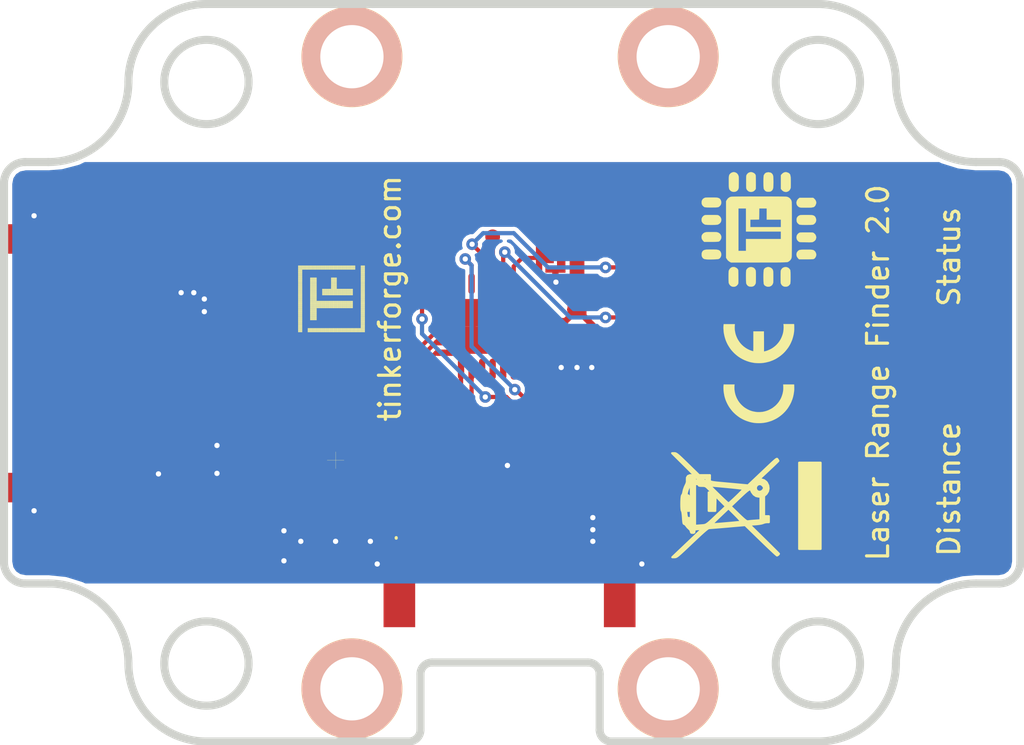
<source format=kicad_pcb>
(kicad_pcb (version 20171130) (host pcbnew 5.0.2-bee76a0~70~ubuntu18.04.1)
  (title_block (title "Laser Range Finder Bricklet") (rev 1.0) (company "Tinkerforge GmbH") (comment 1 "Licensed under CERN OHL v.1.1") (comment 2 "Copyright (©) 2015, B.Nordmeyer <bastian@tinkerforge.com>"))
  (layers (0 Vorderseite jumper hide) (31 Rückseite signal) (34 B.Paste user) (35 F.Paste user) (36 B.SilkS user) (37 F.SilkS user) (38 B.Mask user) (39 F.Mask user) (44 Edge.Cuts user))
  (net 0 "")
  (net 1 GND)
  (net 2 +5V)
  (net 3 SCL)
  (net 4 SDA)
  (net 5 "Net-(P1-Pad6)")
  (net 6 ENABLE)
  (net 7 "Net-(C1-Pad1)")
  (net 8 3V3)
  (net 9 "Net-(C6-Pad1)")
  (net 10 "Net-(P1-Pad4)")
  (net 11 "Net-(P1-Pad5)")
  (net 12 "Net-(P2-Pad1)")
  (net 13 "Net-(P3-Pad2)")
  (net 14 S-MISO)
  (net 15 S-MOSI)
  (net 16 S-CLK)
  (net 17 S-CS)
  (net 18 "Net-(RP2-Pad5)")
  (net 19 "Net-(RP2-Pad8)")
  (net 20 "Net-(D1-Pad2)")
  (net 21 "Net-(D2-Pad2)")
  (module JST_GHR_6 (layer Vorderseite) (at 134.425 113.45)
    (fp_text reference P4)
    (fp_text value JST_GHR_6)
    (pad 1 smd rect (at -3.125 -2.35) (size 0.6 1.85) (layers Vorderseite F.Paste F.Mask) (net 9 "Net-(C6-Pad1)"))
    (pad 2 smd rect (at -1.875 -2.35) (size 0.6 1.85) (layers Vorderseite F.Paste F.Mask) (net 6 ENABLE))
    (pad 3 smd rect (at -0.625 -2.35) (size 0.6 1.85) (layers Vorderseite F.Paste F.Mask))
    (pad 4 smd rect (at 0.625 -2.35) (size 0.6 1.85) (layers Vorderseite F.Paste F.Mask) (net 3 SCL))
    (pad 5 smd rect (at 1.875 -2.35) (size 0.6 1.85) (layers Vorderseite F.Paste F.Mask) (net 4 SDA))
    (pad 6 smd rect (at 3.125 -2.35) (size 0.6 1.85) (layers Vorderseite F.Paste F.Mask) (net 1 GND))
    (pad EP smd rect (at 5.225 0.925) (size 1.5 2.7) (layers Vorderseite F.Paste F.Mask) (net 1 GND))
    (pad EP smd rect (at -5.225 0.925) (size 1.5 2.7) (layers Vorderseite F.Paste F.Mask) (net 1 GND))
  )
  (module C0402E (layer Vorderseite) (at 119.075 107.8 270)
    (fp_text reference C1)
    (fp_text value 220pF)
    (pad 1 smd rect (at -0.65 0 270) (size 0.7 0.9) (layers Vorderseite F.Paste F.Mask) (net 7 "Net-(C1-Pad1)"))
    (pad 2 smd rect (at 0.65 0 270) (size 0.7 0.9) (layers Vorderseite F.Paste F.Mask) (net 1 GND))
  )
  (module C0603F (layer Vorderseite) (at 137.625 101.4 270)
    (fp_text reference C4)
    (fp_text value 100nF)
    (pad 1 smd rect (at -0.75 0 270) (size 0.9 0.9) (layers Vorderseite F.Paste F.Mask) (net 8 3V3))
    (pad 2 smd rect (at 0.75 0 270) (size 0.9 0.9) (layers Vorderseite F.Paste F.Mask) (net 1 GND))
  )
  (module C0603E (layer Vorderseite) (at 122.15 111.875)
    (fp_text reference C5)
    (fp_text value 1µF)
    (pad 1 smd rect (at -0.8501 0) (size 1.1 1) (layers Vorderseite F.Paste F.Mask) (net 2 +5V))
    (pad 2 smd rect (at 0.8501 0) (size 1.1 1) (layers Vorderseite F.Paste F.Mask) (net 1 GND))
  )
  (module C0603E (layer Vorderseite) (at 122.1 107.75 180)
    (fp_text reference C6)
    (fp_text value 1µF)
    (pad 1 smd rect (at -0.8501 0 180) (size 1.1 1) (layers Vorderseite F.Paste F.Mask) (net 9 "Net-(C6-Pad1)"))
    (pad 2 smd rect (at 0.8501 0 180) (size 1.1 1) (layers Vorderseite F.Paste F.Mask) (net 1 GND))
  )
  (module 3528-21 (layer Vorderseite) (at 126.175 109.2 270)
    (fp_text reference C7)
    (fp_text value 100µF)
    (pad 1 smd rect (at -1.40048 0 270) (size 1.59954 2.79908) (layers Vorderseite F.Paste F.Mask) (net 9 "Net-(C6-Pad1)") (clearance 0.14986))
    (pad 2 smd rect (at 1.40048 0 270) (size 1.59954 2.79908) (layers Vorderseite F.Paste F.Mask) (net 1 GND) (clearance 0.14986))
  )
  (module D0603F (layer Vorderseite) (at 156.8 98.15 270)
    (fp_text reference D1)
    (fp_text value BLUE)
    (pad 1 smd rect (at -0.75 0 270) (size 0.9 0.9) (layers Vorderseite F.Paste F.Mask) (net 8 3V3))
    (pad 2 smd rect (at 0.75 0 270) (size 0.9 0.9) (layers Vorderseite F.Paste F.Mask) (net 20 "Net-(D1-Pad2)"))
  )
  (module CON-SENSOR2 (layer Vorderseite) (at 110.645 103.2 270)
    (fp_text reference P1)
    (fp_text value CON-SENSOR2)
    (pad 1 smd rect (at -3.75 -4.6 270) (size 0.6 1.8) (layers Vorderseite F.Paste F.Mask) (net 2 +5V))
    (pad 2 smd rect (at -2.5 -4.6 270) (size 0.6 1.8) (layers Vorderseite F.Paste F.Mask) (net 1 GND))
    (pad EP smd rect (at -5.9 -1.2 270) (size 1.4 2.4) (layers Vorderseite F.Paste F.Mask) (net 1 GND))
    (pad EP smd rect (at 5.9 -1.2 270) (size 1.4 2.4) (layers Vorderseite F.Paste F.Mask) (net 1 GND))
    (pad 3 smd rect (at -1.25 -4.6 270) (size 0.6 1.8) (layers Vorderseite F.Paste F.Mask) (net 8 3V3))
    (pad 4 smd rect (at 0 -4.6 270) (size 0.6 1.8) (layers Vorderseite F.Paste F.Mask) (net 10 "Net-(P1-Pad4)"))
    (pad 5 smd rect (at 1.25 -4.6 270) (size 0.6 1.8) (layers Vorderseite F.Paste F.Mask) (net 11 "Net-(P1-Pad5)"))
    (pad 6 smd rect (at 2.5 -4.6 270) (size 0.6 1.8) (layers Vorderseite F.Paste F.Mask) (net 5 "Net-(P1-Pad6)"))
    (pad 7 smd rect (at 3.75 -4.6 270) (size 0.6 1.8) (layers Vorderseite F.Paste F.Mask) (net 7 "Net-(C1-Pad1)"))
  )
  (module DEBUG_PAD (layer Vorderseite) (at 133.625 97.2)
    (fp_text reference P2)
    (fp_text value DEBUG)
    (pad 1 smd circle (at 0 0) (size 0.7 0.7) (layers Vorderseite F.Paste F.Mask) (net 12 "Net-(P2-Pad1)"))
  )
  (module SolderJumper (layer Vorderseite) (at 136.375 98.2 180)
    (fp_text reference P3)
    (fp_text value BOOT)
    (pad 2 smd rect (at 0.55 0 180) (size 0.3 1.4) (layers Vorderseite F.Mask) (net 13 "Net-(P3-Pad2)"))
    (pad 2 smd rect (at 0.15 0 180) (size 0.6 0.5) (layers Vorderseite F.Mask) (net 13 "Net-(P3-Pad2)"))
    (pad 1 smd rect (at -0.5 0 180) (size 0.4 1.4) (layers Vorderseite F.Mask) (net 1 GND))
    (pad 1 smd rect (at -0.225 0.55 180) (size 0.95 0.3) (layers Vorderseite F.Mask) (net 1 GND))
    (pad 1 smd rect (at -0.225 -0.55 180) (size 0.95 0.3) (layers Vorderseite F.Mask) (net 1 GND))
  )
  (module 4X0603 (layer Vorderseite) (at 141.225 99.85 270)
    (fp_text reference RP2)
    (fp_text value 1k)
    (pad 1 smd rect (at -1.19888 -0.8509 270) (size 0.44958 0.89916) (layers Vorderseite F.Paste F.Mask) (net 20 "Net-(D1-Pad2)"))
    (pad 2 smd rect (at -0.39878 -0.8509 270) (size 0.44958 0.89916) (layers Vorderseite F.Paste F.Mask))
    (pad 3 smd rect (at 0.39878 -0.8509 270) (size 0.44958 0.89916) (layers Vorderseite F.Paste F.Mask))
    (pad 4 smd rect (at 1.19888 -0.8509 270) (size 0.44958 0.89916) (layers Vorderseite F.Paste F.Mask) (net 21 "Net-(D2-Pad2)"))
    (pad 5 smd rect (at 1.19888 0.8509 270) (size 0.44958 0.89916) (layers Vorderseite F.Paste F.Mask) (net 18 "Net-(RP2-Pad5)"))
    (pad 6 smd rect (at 0.39878 0.8509 270) (size 0.44958 0.89916) (layers Vorderseite F.Paste F.Mask))
    (pad 7 smd rect (at -0.39878 0.8509 270) (size 0.44958 0.89916) (layers Vorderseite F.Paste F.Mask))
    (pad 8 smd rect (at -1.19888 0.8509 270) (size 0.44958 0.89916) (layers Vorderseite F.Paste F.Mask) (net 19 "Net-(RP2-Pad8)"))
  )
  (module QFN24-4x4mm-0.5mm (layer Vorderseite) (at 133.375 101.45 90)
    (fp_text reference U1)
    (fp_text value XMC1100)
    (pad 1 smd oval (at -2.025 -1.25 90) (size 1 0.3) (layers Vorderseite F.Paste F.Mask) (net 14 S-MISO))
    (pad 2 smd oval (at -2.025 -0.75 90) (size 1 0.3) (layers Vorderseite F.Paste F.Mask) (net 6 ENABLE))
    (pad 3 smd oval (at -2.025 -0.25 90) (size 1 0.3) (layers Vorderseite F.Paste F.Mask))
    (pad 4 smd oval (at -2.025 0.25 90) (size 1 0.3) (layers Vorderseite F.Paste F.Mask))
    (pad 5 smd oval (at -2.025 0.75 90) (size 1 0.3) (layers Vorderseite F.Paste F.Mask))
    (pad 6 smd oval (at -2.025 1.25 90) (size 1 0.3) (layers Vorderseite F.Paste F.Mask))
    (pad 7 smd oval (at -1.25 2.025 180) (size 1 0.3) (layers Vorderseite F.Paste F.Mask))
    (pad 8 smd oval (at -0.75 2.025 180) (size 1 0.3) (layers Vorderseite F.Paste F.Mask))
    (pad 9 smd oval (at -0.25 2.025 180) (size 1 0.3) (layers Vorderseite F.Paste F.Mask) (net 1 GND))
    (pad 10 smd oval (at 0.25 2.025 180) (size 1 0.3) (layers Vorderseite F.Paste F.Mask) (net 8 3V3))
    (pad 11 smd oval (at 0.75 2.025 180) (size 1 0.3) (layers Vorderseite F.Paste F.Mask))
    (pad 12 smd oval (at 1.25 2.025 180) (size 1 0.3) (layers Vorderseite F.Paste F.Mask))
    (pad 13 smd oval (at 2.025 1.25 90) (size 1 0.3) (layers Vorderseite F.Paste F.Mask) (net 13 "Net-(P3-Pad2)"))
    (pad 14 smd oval (at 2.025 0.75 90) (size 1 0.3) (layers Vorderseite F.Paste F.Mask) (net 18 "Net-(RP2-Pad5)"))
    (pad 15 smd oval (at 2.025 0.25 90) (size 1 0.3) (layers Vorderseite F.Paste F.Mask) (net 12 "Net-(P2-Pad1)"))
    (pad 16 smd oval (at 2.025 -0.25 90) (size 1 0.3) (layers Vorderseite F.Paste F.Mask) (net 19 "Net-(RP2-Pad8)"))
    (pad 17 smd oval (at 2.025 -0.75 90) (size 1 0.3) (layers Vorderseite F.Paste F.Mask) (net 4 SDA))
    (pad 18 smd oval (at 2.025 -1.25 90) (size 1 0.3) (layers Vorderseite F.Paste F.Mask))
    (pad 19 smd oval (at 1.25 -2.025 180) (size 1 0.3) (layers Vorderseite F.Paste F.Mask) (net 3 SCL))
    (pad 20 smd oval (at 0.75 -2.025 180) (size 1 0.3) (layers Vorderseite F.Paste F.Mask))
    (pad 21 smd oval (at 0.25 -2.025 180) (size 1 0.3) (layers Vorderseite F.Paste F.Mask))
    (pad 22 smd oval (at -0.25 -2.025 180) (size 1 0.3) (layers Vorderseite F.Paste F.Mask) (net 17 S-CS))
    (pad 23 smd oval (at -0.75 -2.025 180) (size 1 0.3) (layers Vorderseite F.Paste F.Mask) (net 16 S-CLK))
    (pad 24 smd oval (at -1.25 -2.025 180) (size 1 0.3) (layers Vorderseite F.Paste F.Mask) (net 15 S-MOSI))
    (pad EXP smd rect (at 0.65 0.65 90) (size 1.3 1.3) (layers Vorderseite F.Paste F.Mask) (net 1 GND))
    (pad EXP smd rect (at 0.65 -0.65 90) (size 1.3 1.3) (layers Vorderseite F.Paste F.Mask) (net 1 GND))
    (pad EXP smd rect (at -0.65 0.65 90) (size 1.3 1.3) (layers Vorderseite F.Paste F.Mask) (net 1 GND))
    (pad EXP smd rect (at -0.65 -0.65 90) (size 1.3 1.3) (layers Vorderseite F.Paste F.Mask) (net 1 GND))
  )
  (module D0603F (layer Vorderseite) (at 156.8 109.175 270)
    (fp_text reference D2)
    (fp_text value GREEN)
    (pad 1 smd rect (at -0.75 0 270) (size 0.9 0.9) (layers Vorderseite F.Paste F.Mask) (net 8 3V3))
    (pad 2 smd rect (at 0.75 0 270) (size 0.9 0.9) (layers Vorderseite F.Paste F.Mask) (net 21 "Net-(D2-Pad2)"))
  )
  (module 4X0603 (layer Vorderseite) (at 138.275 106.35 180)
    (fp_text reference RP3)
    (fp_text value 1k)
    (pad 1 smd rect (at -1.19888 -0.8509 180) (size 0.44958 0.89916) (layers Vorderseite F.Paste F.Mask) (net 4 SDA))
    (pad 2 smd rect (at -0.39878 -0.8509 180) (size 0.44958 0.89916) (layers Vorderseite F.Paste F.Mask))
    (pad 3 smd rect (at 0.39878 -0.8509 180) (size 0.44958 0.89916) (layers Vorderseite F.Paste F.Mask))
    (pad 4 smd rect (at 1.19888 -0.8509 180) (size 0.44958 0.89916) (layers Vorderseite F.Paste F.Mask) (net 3 SCL))
    (pad 5 smd rect (at 1.19888 0.8509 180) (size 0.44958 0.89916) (layers Vorderseite F.Paste F.Mask) (net 8 3V3))
    (pad 6 smd rect (at 0.39878 0.8509 180) (size 0.44958 0.89916) (layers Vorderseite F.Paste F.Mask))
    (pad 7 smd rect (at -0.39878 0.8509 180) (size 0.44958 0.89916) (layers Vorderseite F.Paste F.Mask))
    (pad 8 smd rect (at -1.19888 0.8509 180) (size 0.44958 0.89916) (layers Vorderseite F.Paste F.Mask) (net 8 3V3))
  )
  (module R0603E (layer Vorderseite) (at 133.425 106.75)
    (fp_text reference R1)
    (fp_text value 1k)
    (pad 1 smd rect (at -0.8501 0) (size 1.1 1) (layers Vorderseite F.Paste F.Mask) (net 6 ENABLE))
    (pad 2 smd rect (at 0.8501 0) (size 1.1 1) (layers Vorderseite F.Paste F.Mask) (net 1 GND))
  )
  (module DRILL_NP (layer Vorderseite) (at 126.95 118.65)
    (fp_text reference U2 hide)
    (fp_text value DRILL hide)
    (pad "" np_thru_hole circle (at 0 0) (size 2.99974 2.99974) (drill 2.99974) (layers *.Cu *.Mask F.SilkS) (clearance 0.89916))
  )
  (module DRILL_NP (layer Vorderseite) (at 141.95 118.65)
    (fp_text reference U3 hide)
    (fp_text value DRILL hide)
    (pad "" np_thru_hole circle (at 0 0) (size 2.99974 2.99974) (drill 2.99974) (layers *.Cu *.Mask F.SilkS) (clearance 0.89916))
  )
  (module DRILL_NP (layer Vorderseite) (at 126.95 88.65)
    (fp_text reference U4 hide)
    (fp_text value DRILL hide)
    (pad "" np_thru_hole circle (at 0 0) (size 2.99974 2.99974) (drill 2.99974) (layers *.Cu *.Mask F.SilkS) (clearance 0.89916))
  )
  (module DRILL_NP (layer Vorderseite) (at 141.95 88.65)
    (fp_text reference U5 hide)
    (fp_text value DRILL hide)
    (pad "" np_thru_hole circle (at 0 0) (size 2.99974 2.99974) (drill 2.99974) (layers *.Cu *.Mask F.SilkS) (clearance 0.89916))
  )
  (module kicad-libraries:Logo_31x31 (layer Vorderseite) (at 124.4 101.725 90)
    (fp_text reference G*** hide)
    (fp_text value Logo_31x31 hide)
  )
  (module kicad-libraries:CE_5mm (layer Vorderseite) (at 146.25 103.65 90)
    (fp_text reference VAL hide)
    (fp_text value CE_5mm hide)
  )
  (module kicad-libraries:WEEE_7mm (layer Vorderseite) (at 145.65 109.95 90)
    (fp_text reference VAL hide)
    (fp_text value WEEE_7mm hide)
  )
  (module kicad-libraries:Logo_CoMCU (layer Vorderseite) (at 146.25 96.85 90)
    (fp_text reference G*** hide)
    (fp_text value LOGO hide)
  )
  (module C0805E (layer Vorderseite) (at 117.585 101.3 90)
    (fp_text reference C2)
    (fp_text value 10uF)
    (pad 1 smd rect (at -0.95 0 90) (size 1.3 1.5) (layers Vorderseite F.Paste F.Mask) (net 8 3V3) (clearance 0.14986))
    (pad 2 smd rect (at 0.95 0 90) (size 1.3 1.5) (layers Vorderseite F.Paste F.Mask) (net 1 GND) (clearance 0.14986))
  )
  (module C0603F (layer Vorderseite) (at 119.145 101.35 90)
    (fp_text reference C3)
    (fp_text value 1uF)
    (pad 1 smd rect (at -0.75 0 90) (size 0.9 0.9) (layers Vorderseite F.Paste F.Mask) (net 8 3V3))
    (pad 2 smd rect (at 0.75 0 90) (size 0.9 0.9) (layers Vorderseite F.Paste F.Mask) (net 1 GND))
  )
  (module R0603E (layer Vorderseite) (at 122.15 109.925)
    (fp_text reference L1)
    (fp_text value FB-2)
    (pad 1 smd rect (at -0.8501 0) (size 1.1 1) (layers Vorderseite F.Paste F.Mask) (net 2 +5V))
    (pad 2 smd rect (at 0.8501 0) (size 1.1 1) (layers Vorderseite F.Paste F.Mask) (net 9 "Net-(C6-Pad1)"))
  )
  (module 4X0402 (layer Vorderseite) (at 119.495 105 270)
    (fp_text reference RP1)
    (fp_text value 82)
    (pad 1 smd rect (at -0.7493 0.575 90) (size 0.29972 0.65) (layers Vorderseite F.Paste F.Mask) (net 10 "Net-(P1-Pad4)"))
    (pad 2 smd rect (at -0.24892 0.575 90) (size 0.29972 0.65) (layers Vorderseite F.Paste F.Mask) (net 11 "Net-(P1-Pad5)"))
    (pad 3 smd rect (at 0.24892 0.575 90) (size 0.29972 0.65) (layers Vorderseite F.Paste F.Mask) (net 5 "Net-(P1-Pad6)"))
    (pad 4 smd rect (at 0.7493 0.575 90) (size 0.29972 0.65) (layers Vorderseite F.Paste F.Mask) (net 7 "Net-(C1-Pad1)"))
    (pad 5 smd rect (at 0.7493 -0.575 270) (size 0.29972 0.65) (layers Vorderseite F.Paste F.Mask) (net 14 S-MISO))
    (pad 6 smd rect (at 0.24892 -0.575 270) (size 0.29972 0.65) (layers Vorderseite F.Paste F.Mask) (net 15 S-MOSI))
    (pad 7 smd rect (at -0.24892 -0.575 270) (size 0.29972 0.65) (layers Vorderseite F.Paste F.Mask) (net 16 S-CLK))
    (pad 8 smd rect (at -0.7493 -0.575 270) (size 0.29972 0.65) (layers Vorderseite F.Paste F.Mask) (net 17 S-CS))
  )
  (module kicad-libraries:Fiducial_Mark (layer Vorderseite) (at 118.45 95.65)
    (fp_text reference Fiducial_Mark hide)
    (fp_text value VAL** hide)
    (pad 1 smd circle (at 0 0) (size 1.00076 1.00076) (layers Vorderseite F.Paste F.Mask) (clearance 0.65024))
  )
  (module kicad-libraries:Fiducial_Mark (layer Vorderseite) (at 154.65 103.65)
    (fp_text reference Fiducial_Mark hide)
    (fp_text value VAL** hide)
    (pad 1 smd circle (at 0 0) (size 1.00076 1.00076) (layers Vorderseite F.Paste F.Mask) (clearance 0.65024))
  )
  (module kicad-libraries:Fiducial_Mark (layer Vorderseite) (at 114.45 111.65)
    (fp_text reference Fiducial_Mark hide)
    (fp_text value VAL** hide)
    (pad 1 smd circle (at 0 0) (size 1.00076 1.00076) (layers Vorderseite F.Paste F.Mask) (clearance 0.65024))
  )
  (module kicad-libraries:Lidar_Light (layer Rückseite) (at 134.45 103.65 180)
    (fp_text reference REF**)
    (fp_text value Lidar_Light)
  )
  (gr_line (start 130.75 117.4) (end 138.15 117.4) (angle 90) (layer Edge.Cuts) (width 0.381))
  (gr_arc (start 130.75 117.95) (end 130.2 117.95) (angle 90) (layer Edge.Cuts) (width 0.381))
  (gr_arc (start 138.15 117.95) (end 138.15 117.4) (angle 90) (layer Edge.Cuts) (width 0.381))
  (gr_line (start 130.2 117.95) (end 130.2 120.6) (angle 90) (layer Edge.Cuts) (width 0.381))
  (gr_line (start 138.7 120.6) (end 138.7 117.95) (angle 90) (layer Edge.Cuts) (width 0.381))
  (gr_arc (start 129.65 120.6) (end 130.2 120.6) (angle 90) (layer Edge.Cuts) (width 0.381))
  (gr_arc (start 139.25 120.6) (end 139.25 121.15) (angle 90) (layer Edge.Cuts) (width 0.381))
  (gr_line (start 120.05 121.15) (end 129.65 121.15) (angle 90) (layer Edge.Cuts) (width 0.381))
  (gr_line (start 112.55 93.65) (end 111.45 93.65) (angle 90) (layer Edge.Cuts) (width 0.381))
  (gr_line (start 157.65 93.65) (end 156.55 93.65) (angle 90) (layer Edge.Cuts) (width 0.381))
  (gr_arc (start 156.55 89.85) (end 156.55 93.65) (angle 90) (layer Edge.Cuts) (width 0.381))
  (gr_arc (start 112.55 89.85) (end 116.35 89.85) (angle 90) (layer Edge.Cuts) (width 0.381))
  (gr_arc (start 120.05 89.85) (end 116.35 89.85) (angle 90) (layer Edge.Cuts) (width 0.381))
  (gr_arc (start 149.05 89.85) (end 149.05 86.15) (angle 90) (layer Edge.Cuts) (width 0.381))
  (gr_line (start 157.65 113.65) (end 156.55 113.65) (angle 90) (layer Edge.Cuts) (width 0.381))
  (gr_line (start 112.55 113.65) (end 111.45 113.65) (angle 90) (layer Edge.Cuts) (width 0.381))
  (gr_arc (start 112.55 117.45) (end 112.55 113.65) (angle 90) (layer Edge.Cuts) (width 0.381))
  (gr_arc (start 156.55 117.45) (end 152.75 117.45) (angle 90) (layer Edge.Cuts) (width 0.381))
  (gr_arc (start 149.05 117.45) (end 152.75 117.45) (angle 90) (layer Edge.Cuts) (width 0.381))
  (gr_arc (start 120.05 117.45) (end 120.05 121.15) (angle 90) (layer Edge.Cuts) (width 0.381))
  (gr_text tinkerforge.com (at 128.75 100.125 90) (layer F.SilkS) (effects (font (size 1 1))))
  (gr_text "Laser Range Finder 2.0" (at 151.9 103.65 90) (layer F.SilkS) (effects (font (size 1 1))))
  (gr_text Distance (at 155.275 109.175 90) (layer F.SilkS) (effects (font (size 1 1))))
  (gr_text Status (at 155.275 98.15 90) (layer F.SilkS) (effects (font (size 1 1))))
  (gr_line (start 139.25 121.15) (end 149.05 121.15) (angle 90) (layer Edge.Cuts) (width 0.381))
  (gr_line (start 120.05 86.15) (end 149.05 86.15) (angle 90) (layer Edge.Cuts) (width 0.381))
  (gr_line (start 158.65 94.65) (end 158.65 112.65) (angle 90) (layer Edge.Cuts) (width 0.381))
  (gr_line (start 110.45 112.65) (end 110.45 94.65) (angle 90) (layer Edge.Cuts) (width 0.381))
  (gr_arc (start 111.45 112.65) (end 111.45 113.65) (angle 90) (layer Edge.Cuts) (width 0.381))
  (gr_arc (start 157.65 112.65) (end 158.65 112.65) (angle 90) (layer Edge.Cuts) (width 0.381))
  (gr_arc (start 157.65 94.65) (end 157.65 93.65) (angle 90) (layer Edge.Cuts) (width 0.381))
  (gr_arc (start 111.45 94.65) (end 110.45 94.65) (angle 90) (layer Edge.Cuts) (width 0.381))
  (gr_circle (center 149.05 117.45) (end 151.05 117.45) (layer Edge.Cuts) (width 0.381))
  (gr_circle (center 120.05 117.45) (end 118.05 117.45) (layer Edge.Cuts) (width 0.381))
  (gr_circle (center 149.05 89.85) (end 151.05 89.85) (layer Edge.Cuts) (width 0.381))
  (gr_circle (center 120.05 89.85) (end 122.05 89.85) (layer Edge.Cuts) (width 0.381))
  (via (at 111.875 96.2) (size 0.55) (drill 0.25) (layers Vorderseite Rückseite) (net 1))
  (via (at 111.875 110.2) (size 0.55) (drill 0.25) (layers Vorderseite Rückseite) (net 1))
  (segment (start 136.875 98.2) (end 136.875 98.75) (width 0.2) (layer Vorderseite) (net 1))
  (segment (start 136.875 98.75) (end 136.6 98.75) (width 0.2) (layer Vorderseite) (net 1))
  (segment (start 136.6 97.65) (end 136.875 97.65) (width 0.2) (layer Vorderseite) (net 1))
  (segment (start 136.875 97.65) (end 136.9 97.675) (width 0.2) (layer Vorderseite) (net 1))
  (segment (start 136.9 97.675) (end 136.9 98.225) (width 0.2) (layer Vorderseite) (net 1))
  (segment (start 136.9 98.225) (end 136.875 98.2) (width 0.2) (layer Vorderseite) (net 1))
  (segment (start 132.725 100.8) (end 134.025 100.8) (width 0.2) (layer Vorderseite) (net 1))
  (segment (start 134.025 100.8) (end 134.025 102.1) (width 0.2) (layer Vorderseite) (net 1))
  (segment (start 134.025 102.1) (end 132.725 102.1) (width 0.2) (layer Vorderseite) (net 1))
  (segment (start 132.725 102.1) (end 132.725 100.8) (width 0.2) (layer Vorderseite) (net 1))
  (segment (start 135.4 101.7) (end 134.425 101.7) (width 0.3) (layer Vorderseite) (net 1))
  (segment (start 134.425 101.7) (end 134.025 102.1) (width 0.3) (layer Vorderseite) (net 1))
  (segment (start 121.2499 107.75) (end 121.225 107.75) (width 0.29972) (layer Vorderseite) (net 1))
  (segment (start 121.225 107.75) (end 120.55 108.425) (width 0.29972) (layer Vorderseite) (net 1))
  (via (at 120.55 108.425) (size 0.55) (drill 0.25) (layers Vorderseite Rückseite) (net 1))
  (segment (start 121.2499 107.75) (end 121.2 107.75) (width 0.29972) (layer Vorderseite) (net 1))
  (segment (start 121.2 107.75) (end 120.55 107.1) (width 0.29972) (layer Vorderseite) (net 1))
  (via (at 120.55 107.1) (size 0.55) (drill 0.25) (layers Vorderseite Rückseite) (net 1))
  (segment (start 126.175 110.60048) (end 125.57452 110.60048) (width 0.29972) (layer Vorderseite) (net 1))
  (segment (start 125.57452 110.60048) (end 124.525 111.65) (width 0.29972) (layer Vorderseite) (net 1))
  (via (at 124.525 111.65) (size 0.55) (drill 0.25) (layers Vorderseite Rückseite) (net 1))
  (segment (start 126.175 110.60048) (end 126.175 111.65) (width 0.29972) (layer Vorderseite) (net 1))
  (via (at 126.175 111.65) (size 0.55) (drill 0.25) (layers Vorderseite Rückseite) (net 1))
  (segment (start 126.175 110.60048) (end 125.54952 110.60048) (width 0.29972) (layer Vorderseite) (net 1))
  (segment (start 126.175 110.60048) (end 126.77548 110.60048) (width 0.29972) (layer Vorderseite) (net 1))
  (segment (start 126.77548 110.60048) (end 127.825 111.65) (width 0.29972) (layer Vorderseite) (net 1))
  (via (at 127.825 111.65) (size 0.55) (drill 0.25) (layers Vorderseite Rückseite) (net 1))
  (segment (start 123.0001 111.875) (end 123.0001 111.8749) (width 0.29972) (layer Vorderseite) (net 1))
  (segment (start 123.0001 111.8749) (end 123.725 111.15) (width 0.29972) (layer Vorderseite) (net 1))
  (via (at 123.725 111.15) (size 0.55) (drill 0.25) (layers Vorderseite Rückseite) (net 1))
  (segment (start 123.0001 111.875) (end 123.025 111.875) (width 0.29972) (layer Vorderseite) (net 1))
  (segment (start 123.025 111.875) (end 123.725 112.575) (width 0.29972) (layer Vorderseite) (net 1))
  (via (at 123.725 112.575) (size 0.55) (drill 0.25) (layers Vorderseite Rückseite) (net 1))
  (segment (start 121.2499 107.75) (end 121.2499 107.7499) (width 0.29972) (layer Vorderseite) (net 1))
  (segment (start 121.2499 107.75) (end 121.2499 107.8001) (width 0.29972) (layer Vorderseite) (net 1))
  (segment (start 137.825 111.1) (end 138.375 111.65) (width 0.5) (layer Vorderseite) (net 1))
  (via (at 138.375 111.65) (size 0.55) (drill 0.25) (layers Vorderseite Rückseite) (net 1))
  (segment (start 137.825 111.1) (end 137.55 111.1) (width 0.5) (layer Vorderseite) (net 1))
  (segment (start 137.55 111.1) (end 137.55 111.25) (width 0.5) (layer Vorderseite) (net 1))
  (segment (start 137.55 111.1) (end 137.8 111.1) (width 0.5) (layer Vorderseite) (net 1))
  (segment (start 137.8 111.1) (end 138.375 110.525) (width 0.5) (layer Vorderseite) (net 1))
  (via (at 138.375 110.525) (size 0.55) (drill 0.25) (layers Vorderseite Rückseite) (net 1))
  (segment (start 137.55 111.1) (end 138.375 111.1) (width 0.5) (layer Vorderseite) (net 1))
  (via (at 138.375 111.1) (size 0.55) (drill 0.25) (layers Vorderseite Rückseite) (net 1))
  (segment (start 134.3251 106.65) (end 134.3251 108.0499) (width 0.7) (layer Vorderseite) (net 1))
  (via (at 134.325 108.05) (size 0.55) (drill 0.25) (layers Vorderseite Rückseite) (net 1))
  (segment (start 134.3251 108.0499) (end 134.325 108.05) (width 0.7) (layer Vorderseite) (net 1))
  (segment (start 119.075 108.45) (end 117.775 108.45) (width 0.7) (layer Vorderseite) (net 1))
  (via (at 117.775 108.45) (size 0.55) (drill 0.25) (layers Vorderseite Rückseite) (net 1))
  (segment (start 134.425 101.7) (end 134.025 102.1) (width 0.2) (layer Vorderseite) (net 1))
  (segment (start 136.6 98.75) (end 136.6 99.325) (width 0.29972) (layer Vorderseite) (net 1))
  (via (at 136.625 99.35) (size 0.55) (drill 0.25) (layers Vorderseite Rückseite) (net 1))
  (segment (start 136.6 99.325) (end 136.625 99.35) (width 0.29972) (layer Vorderseite) (net 1))
  (segment (start 135.4 101.7) (end 137.175 101.7) (width 0.3) (layer Vorderseite) (net 1))
  (segment (start 137.175 101.7) (end 137.625 102.15) (width 0.3) (layer Vorderseite) (net 1))
  (segment (start 138.325 103.4) (end 138.325 103.3) (width 0.7) (layer Vorderseite) (net 1))
  (segment (start 138.325 103.3) (end 137.625 102.6) (width 0.7) (layer Vorderseite) (net 1))
  (via (at 138.325 103.4) (size 0.55) (drill 0.25) (layers Vorderseite Rückseite) (net 1))
  (segment (start 137.625 102.6) (end 137.625 102.65) (width 0.7) (layer Vorderseite) (net 1))
  (segment (start 137.625 102.15) (end 137.625 103.4) (width 0.7) (layer Vorderseite) (net 1))
  (via (at 137.625 103.4) (size 0.55) (drill 0.25) (layers Vorderseite Rückseite) (net 1))
  (segment (start 137.625 102.15) (end 137.625 102.6) (width 0.7) (layer Vorderseite) (net 1))
  (segment (start 137.625 102.15) (end 137.625 102.65) (width 0.7) (layer Vorderseite) (net 1))
  (via (at 136.875 103.4) (size 0.55) (drill 0.25) (layers Vorderseite Rückseite) (net 1))
  (segment (start 137.625 102.65) (end 136.875 103.4) (width 0.7) (layer Vorderseite) (net 1))
  (via (at 140.7 112.725) (size 0.55) (drill 0.25) (layers Vorderseite Rückseite) (net 1))
  (segment (start 139.65 113.775) (end 140.7 112.725) (width 0.3) (layer Vorderseite) (net 1))
  (segment (start 139.65 114.375) (end 139.65 113.775) (width 0.3) (layer Vorderseite) (net 1))
  (segment (start 129.2 114.375) (end 129.2 113.575) (width 0.3) (layer Vorderseite) (net 1))
  (segment (start 129.2 114.375) (end 129.2 113.775) (width 0.3) (layer Vorderseite) (net 1))
  (via (at 128.15 112.725) (size 0.55) (drill 0.25) (layers Vorderseite Rückseite) (net 1))
  (segment (start 129.2 113.775) (end 128.15 112.725) (width 0.3) (layer Vorderseite) (net 1))
  (segment (start 114.845 100.7) (end 114.835 100.69) (width 0.7) (layer Vorderseite) (net 1))
  (segment (start 114.845 100.7) (end 118.675 100.7) (width 0.7) (layer Vorderseite) (net 1))
  (segment (start 118.775 100.6) (end 118.675 100.7) (width 0.2) (layer Vorderseite) (net 1))
  (segment (start 118.775 100.6) (end 119.145 100.6) (width 0.2) (layer Vorderseite) (net 1))
  (segment (start 111.875 109.21) (end 111.875 110.2) (width 0.5) (layer Vorderseite) (net 1))
  (segment (start 111.795 109.13) (end 111.875 109.21) (width 0.5) (layer Vorderseite) (net 1))
  (segment (start 111.875 97.19) (end 111.875 96.2) (width 0.5) (layer Vorderseite) (net 1))
  (segment (start 111.615 97.45) (end 111.875 97.19) (width 0.5) (layer Vorderseite) (net 1))
  (segment (start 111.845 97.38) (end 111.925 97.3) (width 0.5) (layer Vorderseite) (net 1))
  (segment (start 112.035 97.38) (end 111.845 97.38) (width 0.5) (layer Vorderseite) (net 1))
  (segment (start 119.145 100.6) (end 119.145 100.145) (width 0.5) (layer Vorderseite) (net 1))
  (via (at 118.85 99.85) (size 0.55) (drill 0.25) (layers Vorderseite Rückseite) (net 1))
  (segment (start 119.145 100.145) (end 118.85 99.85) (width 0.5) (layer Vorderseite) (net 1))
  (segment (start 119.145 100.6) (end 119.145 100.155) (width 0.5) (layer Vorderseite) (net 1))
  (via (at 119.45 99.85) (size 0.55) (drill 0.25) (layers Vorderseite Rückseite) (net 1))
  (segment (start 119.145 100.155) (end 119.45 99.85) (width 0.5) (layer Vorderseite) (net 1))
  (segment (start 119.145 100.6) (end 119.5 100.6) (width 0.5) (layer Vorderseite) (net 1))
  (via (at 119.95 100.15) (size 0.55) (drill 0.25) (layers Vorderseite Rückseite) (net 1))
  (segment (start 119.5 100.6) (end 119.95 100.15) (width 0.5) (layer Vorderseite) (net 1))
  (segment (start 119.145 100.6) (end 119.8 100.6) (width 0.5) (layer Vorderseite) (net 1))
  (via (at 119.95 100.75) (size 0.55) (drill 0.25) (layers Vorderseite Rückseite) (net 1))
  (segment (start 119.8 100.6) (end 119.95 100.75) (width 0.5) (layer Vorderseite) (net 1))
  (segment (start 121.3499 109.925) (end 121.3499 111.825) (width 0.7) (layer Vorderseite) (net 2))
  (segment (start 121.3499 111.825) (end 121.2999 111.875) (width 0.7) (layer Vorderseite) (net 2))
  (segment (start 119.075 111.9501) (end 121.2248 111.9501) (width 0.7) (layer Vorderseite) (net 2))
  (segment (start 121.2248 111.9501) (end 121.2999 111.875) (width 0.7) (layer Vorderseite) (net 2))
  (segment (start 119.1251 111.9) (end 119.075 111.9501) (width 0.50038) (layer Vorderseite) (net 2))
  (segment (start 114.595 99.46) (end 115.805 99.46) (width 0.7) (layer Vorderseite) (net 2))
  (segment (start 114.165 99.46) (end 114.595 99.46) (width 0.7) (layer Vorderseite) (net 2))
  (segment (start 119.075 111.9501) (end 118.1251 111.9501) (width 0.7) (layer Vorderseite) (net 2))
  (segment (start 114.435 108.26) (end 114.435 108.240002) (width 0.7) (layer Vorderseite) (net 2))
  (segment (start 118.1251 111.9501) (end 114.435 108.26) (width 0.7) (layer Vorderseite) (net 2))
  (segment (start 114.435 108.240002) (end 113.405 107.210002) (width 0.7) (layer Vorderseite) (net 2))
  (segment (start 113.405 107.210002) (end 113.405 100.22) (width 0.7) (layer Vorderseite) (net 2))
  (segment (start 113.405 100.22) (end 114.165 99.46) (width 0.7) (layer Vorderseite) (net 2))
  (segment (start 135 111.225) (end 135 111.95) (width 0.2) (layer Vorderseite) (net 3))
  (segment (start 137.07612 107.2009) (end 137.07612 107.57388) (width 0.2) (layer Vorderseite) (net 3))
  (segment (start 137.07612 107.57388) (end 135.05 109.6) (width 0.2) (layer Vorderseite) (net 3))
  (segment (start 135.05 109.6) (end 135.05 111.1) (width 0.2) (layer Vorderseite) (net 3))
  (segment (start 130.675 100.2) (end 131.35 100.2) (width 0.2) (layer Vorderseite) (net 3))
  (segment (start 130.275 100.6) (end 130.675 100.2) (width 0.2) (layer Vorderseite) (net 3))
  (segment (start 130.275 101.1) (end 130.275 100.6) (width 0.2) (layer Vorderseite) (net 3))
  (via (at 130.275 101.1) (size 0.55) (drill 0.25) (layers Vorderseite Rückseite) (net 3))
  (segment (start 130.275 101.8) (end 130.275 101.1) (width 0.2) (layer Rückseite) (net 3))
  (segment (start 133.275 104.8) (end 130.275 101.8) (width 0.2) (layer Rückseite) (net 3))
  (via (at 133.275 104.8) (size 0.55) (drill 0.25) (layers Vorderseite Rückseite) (net 3))
  (segment (start 134.275 104.8) (end 133.275 104.8) (width 0.2) (layer Vorderseite) (net 3))
  (segment (start 136.6759 107.2009) (end 134.275 104.8) (width 0.2) (layer Vorderseite) (net 3))
  (segment (start 137.07612 107.2009) (end 136.6759 107.2009) (width 0.2) (layer Vorderseite) (net 3))
  (segment (start 136.25 110.975) (end 136.25 111.95) (width 0.2) (layer Vorderseite) (net 4))
  (segment (start 139.47388 107.2009) (end 139.47388 107.70112) (width 0.2) (layer Vorderseite) (net 4))
  (segment (start 136.175 109.975) (end 136.175 111.1) (width 0.2) (layer Vorderseite) (net 4))
  (segment (start 136.9 109.25) (end 136.175 109.975) (width 0.2) (layer Vorderseite) (net 4))
  (segment (start 137.925 109.25) (end 136.9 109.25) (width 0.2) (layer Vorderseite) (net 4))
  (segment (start 139.47388 107.70112) (end 137.925 109.25) (width 0.2) (layer Vorderseite) (net 4))
  (segment (start 132.625 102.4) (end 132.625 98.55) (width 0.2) (layer Rückseite) (net 4))
  (segment (start 134.675 104.45) (end 132.625 102.4) (width 0.2) (layer Rückseite) (net 4))
  (via (at 134.675 104.45) (size 0.55) (drill 0.25) (layers Vorderseite Rückseite) (net 4))
  (segment (start 134.725 104.45) (end 134.675 104.45) (width 0.2) (layer Vorderseite) (net 4))
  (segment (start 132.625 99.425) (end 132.625 98.55) (width 0.2) (layer Vorderseite) (net 4))
  (segment (start 132.625 98.55) (end 132.325 98.25) (width 0.2) (layer Vorderseite) (net 4))
  (via (at 132.325 98.25) (size 0.55) (drill 0.25) (layers Vorderseite Rückseite) (net 4))
  (segment (start 132.325 98.25) (end 132.625 98.55) (width 0.2) (layer Rückseite) (net 4))
  (segment (start 139.47388 107.2009) (end 139.47388 106.54888) (width 0.2) (layer Vorderseite) (net 4))
  (segment (start 136.625 106.35) (end 134.725 104.45) (width 0.2) (layer Vorderseite) (net 4))
  (segment (start 139.275 106.35) (end 136.625 106.35) (width 0.2) (layer Vorderseite) (net 4))
  (segment (start 139.47388 106.54888) (end 139.275 106.35) (width 0.2) (layer Vorderseite) (net 4))
  (segment (start 118.395 105.24892) (end 118.92 105.24892) (width 0.2) (layer Vorderseite) (net 5))
  (segment (start 116.79608 105.24892) (end 118.395 105.24892) (width 0.2) (layer Vorderseite) (net 5))
  (segment (start 116.345 105.7) (end 116.79608 105.24892) (width 0.2) (layer Vorderseite) (net 5))
  (segment (start 115.245 105.7) (end 116.345 105.7) (width 0.2) (layer Vorderseite) (net 5))
  (segment (start 132.5749 106.75) (end 132.5749 110.9501) (width 0.2) (layer Vorderseite) (net 6))
  (segment (start 132.5749 110.9501) (end 132.425 111.1) (width 0.2) (layer Vorderseite) (net 6))
  (segment (start 132.625 103.475) (end 132.625 106.6499) (width 0.2) (layer Vorderseite) (net 6))
  (segment (start 132.625 106.6499) (end 132.6249 106.65) (width 0.2) (layer Vorderseite) (net 6))
  (segment (start 132.5 106.8749) (end 132.825 106.5499) (width 0.29972) (layer Vorderseite) (net 6))
  (segment (start 119.075 107.15) (end 119.075 107.1) (width 0.2) (layer Vorderseite) (net 7))
  (segment (start 115.535 106.95) (end 118.875 106.95) (width 0.29972) (layer Vorderseite) (net 7))
  (segment (start 115.505 106.92) (end 115.535 106.95) (width 0.29972) (layer Vorderseite) (net 7))
  (segment (start 118.915 105.7543) (end 118.92 105.7493) (width 0.2) (layer Vorderseite) (net 7))
  (segment (start 119.075 107.15) (end 118.915 106.99) (width 0.2) (layer Vorderseite) (net 7))
  (segment (start 118.915 106.99) (end 118.915 105.7543) (width 0.2) (layer Vorderseite) (net 7))
  (segment (start 156.8 97.4) (end 156.55 97.4) (width 0.29972) (layer Vorderseite) (net 8))
  (segment (start 156.55 97.4) (end 155.1 95.95) (width 0.29972) (layer Vorderseite) (net 8))
  (segment (start 135.475 95.95) (end 135.475 96.15) (width 0.29972) (layer Vorderseite) (net 8))
  (segment (start 155.1 95.95) (end 135.475 95.95) (width 0.29972) (layer Vorderseite) (net 8))
  (segment (start 156.8 97.4) (end 157.15 97.4) (width 0.2) (layer Vorderseite) (net 8))
  (segment (start 157.15 97.4) (end 157.85 98.1) (width 0.2) (layer Vorderseite) (net 8))
  (segment (start 157.85 98.1) (end 157.85 107.375) (width 0.2) (layer Vorderseite) (net 8))
  (segment (start 157.85 107.375) (end 156.8 108.425) (width 0.2) (layer Vorderseite) (net 8))
  (segment (start 135.4 101.2) (end 137.075 101.2) (width 0.3) (layer Vorderseite) (net 8))
  (segment (start 137.075 101.2) (end 137.625 100.65) (width 0.3) (layer Vorderseite) (net 8))
  (segment (start 137.3 100.65) (end 137.625 100.65) (width 0.3) (layer Vorderseite) (net 8))
  (segment (start 139.47388 102.49888) (end 137.625 100.65) (width 0.29972) (layer Vorderseite) (net 8))
  (segment (start 137.625 100.65) (end 137.625 97.15) (width 0.7) (layer Vorderseite) (net 8))
  (segment (start 137.625 97.15) (end 136.625 96.15) (width 0.7) (layer Vorderseite) (net 8))
  (segment (start 136.625 96.15) (end 135.475 96.15) (width 0.7) (layer Vorderseite) (net 8))
  (segment (start 137.875 100.65) (end 137.625 100.65) (width 0.2) (layer Vorderseite) (net 8))
  (segment (start 139.47388 103.55112) (end 139.47388 102.49888) (width 0.29972) (layer Vorderseite) (net 8))
  (segment (start 138.625 104.4) (end 139.47388 103.55112) (width 0.29972) (layer Vorderseite) (net 8))
  (segment (start 137.525 104.4) (end 138.625 104.4) (width 0.29972) (layer Vorderseite) (net 8))
  (segment (start 137.07612 104.84888) (end 137.525 104.4) (width 0.29972) (layer Vorderseite) (net 8))
  (segment (start 137.07612 105.4991) (end 137.07612 104.84888) (width 0.29972) (layer Vorderseite) (net 8))
  (segment (start 139.47388 105.4991) (end 139.47388 103.55112) (width 0.29972) (layer Vorderseite) (net 8))
  (segment (start 125.825 101.95) (end 120.125 101.95) (width 0.7) (layer Vorderseite) (net 8))
  (segment (start 135.475 96.15) (end 131.625 96.15) (width 0.7) (layer Vorderseite) (net 8))
  (segment (start 120.125 101.95) (end 114.775 101.95) (width 0.7) (layer Vorderseite) (net 8))
  (segment (start 131.625 96.15) (end 125.825 101.95) (width 0.7) (layer Vorderseite) (net 8))
  (segment (start 126.175 107.79952) (end 127.99952 107.79952) (width 0.7) (layer Vorderseite) (net 9))
  (segment (start 127.99952 107.79952) (end 131.3 111.1) (width 0.7) (layer Vorderseite) (net 9))
  (segment (start 122.9501 107.75) (end 126.12548 107.75) (width 0.7) (layer Vorderseite) (net 9))
  (segment (start 126.12548 107.75) (end 126.175 107.79952) (width 0.7) (layer Vorderseite) (net 9))
  (segment (start 122.9501 109.925) (end 122.9501 107.75) (width 0.7) (layer Vorderseite) (net 9))
  (segment (start 115.805 103.35) (end 115.645 103.19) (width 0.2) (layer Vorderseite) (net 10))
  (segment (start 115.845 103.2) (end 116.905 104.26) (width 0.2) (layer Vorderseite) (net 10))
  (segment (start 115.245 103.2) (end 115.845 103.2) (width 0.2) (layer Vorderseite) (net 10))
  (segment (start 116.9143 104.2507) (end 118.92 104.2507) (width 0.2) (layer Vorderseite) (net 10))
  (segment (start 116.905 104.26) (end 116.9143 104.2507) (width 0.2) (layer Vorderseite) (net 10))
  (segment (start 118.395 104.75108) (end 118.92 104.75108) (width 0.2) (layer Vorderseite) (net 11))
  (segment (start 116.901092 104.75108) (end 118.395 104.75108) (width 0.2) (layer Vorderseite) (net 11))
  (segment (start 116.600012 104.45) (end 116.901092 104.75108) (width 0.2) (layer Vorderseite) (net 11))
  (segment (start 115.245 104.45) (end 116.600012 104.45) (width 0.2) (layer Vorderseite) (net 11))
  (segment (start 133.625 97.2) (end 133.625 99.425) (width 0.2) (layer Vorderseite) (net 12))
  (segment (start 133.625 97.75) (end 133.625 99.425) (width 0.2) (layer Vorderseite) (net 12))
  (segment (start 134.625 99.425) (end 134.625 98.6) (width 0.2) (layer Vorderseite) (net 13))
  (segment (start 135.025 98.2) (end 136.225 98.2) (width 0.2) (layer Vorderseite) (net 13))
  (segment (start 134.625 98.6) (end 135.025 98.2) (width 0.2) (layer Vorderseite) (net 13))
  (segment (start 135.825 98.2) (end 135.825 98.225) (width 0.2) (layer Vorderseite) (net 13))
  (segment (start 120.595 105.7493) (end 120.07 105.7493) (width 0.2) (layer Vorderseite) (net 14))
  (segment (start 131.0457 105.7493) (end 120.595 105.7493) (width 0.2) (layer Vorderseite) (net 14))
  (segment (start 132.125 103.475) (end 132.125 104.67) (width 0.2) (layer Vorderseite) (net 14))
  (segment (start 132.125 104.67) (end 131.0457 105.7493) (width 0.2) (layer Vorderseite) (net 14))
  (segment (start 120.595 105.24892) (end 120.07 105.24892) (width 0.2) (layer Vorderseite) (net 15))
  (segment (start 128.38608 105.24892) (end 120.595 105.24892) (width 0.2) (layer Vorderseite) (net 15))
  (segment (start 131.35 102.7) (end 130.935 102.7) (width 0.2) (layer Vorderseite) (net 15))
  (segment (start 130.935 102.7) (end 128.38608 105.24892) (width 0.2) (layer Vorderseite) (net 15))
  (segment (start 120.595 104.75108) (end 120.07 104.75108) (width 0.2) (layer Vorderseite) (net 16))
  (segment (start 130.934301 102.2) (end 128.383221 104.75108) (width 0.2) (layer Vorderseite) (net 16))
  (segment (start 128.383221 104.75108) (end 120.595 104.75108) (width 0.2) (layer Vorderseite) (net 16))
  (segment (start 131.35 102.2) (end 130.934301 102.2) (width 0.2) (layer Vorderseite) (net 16))
  (segment (start 130.934301 101.7) (end 131.35 101.7) (width 0.2) (layer Vorderseite) (net 17))
  (segment (start 128.383601 104.2507) (end 130.934301 101.7) (width 0.2) (layer Vorderseite) (net 17))
  (segment (start 120.07 104.2507) (end 128.383601 104.2507) (width 0.2) (layer Vorderseite) (net 17))
  (segment (start 140.3741 101.04888) (end 140.35022 101.025) (width 0.2) (layer Vorderseite) (net 18))
  (segment (start 140.35022 101.025) (end 138.975 101.025) (width 0.2) (layer Vorderseite) (net 18))
  (via (at 138.975 101.025) (size 0.55) (drill 0.25) (layers Vorderseite Rückseite) (net 18))
  (segment (start 138.975 101.025) (end 137.3 101.025) (width 0.2) (layer Rückseite) (net 18))
  (segment (start 137.3 101.025) (end 134.2 97.925) (width 0.2) (layer Rückseite) (net 18))
  (via (at 134.2 97.925) (size 0.55) (drill 0.25) (layers Vorderseite Rückseite) (net 18))
  (segment (start 134.2 97.925) (end 134.2 98.075) (width 0.2) (layer Vorderseite) (net 18))
  (segment (start 134.2 98.075) (end 134.125 98.15) (width 0.2) (layer Vorderseite) (net 18))
  (segment (start 134.125 98.15) (end 134.125 99.425) (width 0.2) (layer Vorderseite) (net 18))
  (segment (start 140.3741 98.65112) (end 140.37298 98.65) (width 0.2) (layer Vorderseite) (net 19))
  (segment (start 140.37298 98.65) (end 138.975 98.65) (width 0.2) (layer Vorderseite) (net 19))
  (segment (start 133.125 98.025) (end 133.125 99.425) (width 0.2) (layer Vorderseite) (net 19))
  (segment (start 132.65 97.55) (end 133.125 98.025) (width 0.2) (layer Vorderseite) (net 19))
  (via (at 132.65 97.55) (size 0.55) (drill 0.25) (layers Vorderseite Rückseite) (net 19))
  (segment (start 133.175 97.025) (end 132.65 97.55) (width 0.2) (layer Rückseite) (net 19))
  (segment (start 134.625 97.025) (end 133.175 97.025) (width 0.2) (layer Rückseite) (net 19))
  (segment (start 136.25 98.65) (end 134.625 97.025) (width 0.2) (layer Rückseite) (net 19))
  (segment (start 138.975 98.65) (end 136.25 98.65) (width 0.2) (layer Rückseite) (net 19))
  (via (at 138.975 98.65) (size 0.55) (drill 0.25) (layers Vorderseite Rückseite) (net 19))
  (segment (start 140.3741 98.65112) (end 140.35022 98.675) (width 0.2) (layer Vorderseite) (net 19))
  (segment (start 142.0759 98.65112) (end 156.55112 98.65112) (width 0.2) (layer Vorderseite) (net 20))
  (segment (start 156.55112 98.65112) (end 156.8 98.9) (width 0.2) (layer Vorderseite) (net 20))
  (segment (start 142.0759 98.65112) (end 142.07702 98.65) (width 0.2) (layer Vorderseite) (net 20))
  (segment (start 147.9 101.05) (end 156.8 109.95) (width 0.2) (layer Vorderseite) (net 21))
  (segment (start 143.4 101.05) (end 147.9 101.05) (width 0.2) (layer Vorderseite) (net 21))
  (segment (start 142.0759 101.04888) (end 142.07702 101.05) (width 0.2) (layer Vorderseite) (net 21))
  (segment (start 142.07702 101.05) (end 143.4 101.05) (width 0.2) (layer Vorderseite) (net 21))
  (zone (net 1) (net_name GND) (layer Rückseite) (connect_pads (clearance 0.2)) (min_thickness 0.15) (fill yes (arc_segments 16) (thermal_gap 0.508) (thermal_bridge_width 0.508))
    (polygon (pts (xy 110.45 93.65) (xy 158.65 93.65) (xy 158.65 113.65) (xy 110.45 113.65)))
  )
)
</source>
